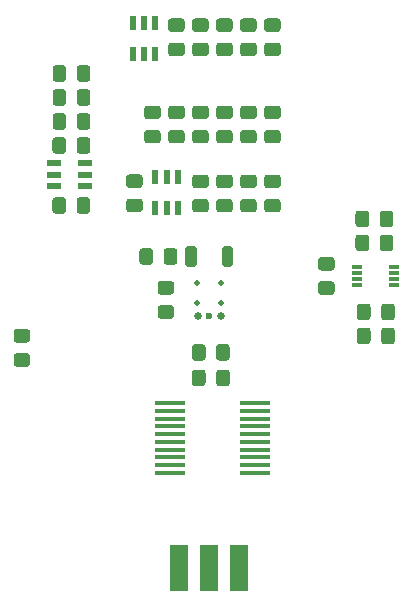
<source format=gtp>
G04 #@! TF.GenerationSoftware,KiCad,Pcbnew,(5.1.6)-1*
G04 #@! TF.CreationDate,2021-10-13T16:30:11+02:00*
G04 #@! TF.ProjectId,SoundModulev2,536f756e-644d-46f6-9475-6c6576322e6b,rev?*
G04 #@! TF.SameCoordinates,Original*
G04 #@! TF.FileFunction,Paste,Top*
G04 #@! TF.FilePolarity,Positive*
%FSLAX46Y46*%
G04 Gerber Fmt 4.6, Leading zero omitted, Abs format (unit mm)*
G04 Created by KiCad (PCBNEW (5.1.6)-1) date 2021-10-13 16:30:11*
%MOMM*%
%LPD*%
G01*
G04 APERTURE LIST*
%ADD10R,1.524000X4.000000*%
%ADD11R,0.850000X0.300000*%
%ADD12C,0.460000*%
%ADD13C,0.600000*%
%ADD14C,0.650000*%
%ADD15R,2.500000X0.450000*%
%ADD16R,0.550000X1.200000*%
%ADD17R,1.200000X0.550000*%
G04 APERTURE END LIST*
G36*
G01*
X123574120Y-76229680D02*
X123574120Y-74859680D01*
G75*
G02*
X123764120Y-74669680I190000J0D01*
G01*
X124334120Y-74669680D01*
G75*
G02*
X124524120Y-74859680I0J-190000D01*
G01*
X124524120Y-76229680D01*
G75*
G02*
X124334120Y-76419680I-190000J0D01*
G01*
X123764120Y-76419680D01*
G75*
G02*
X123574120Y-76229680I0J190000D01*
G01*
G37*
G36*
G01*
X120474120Y-76229680D02*
X120474120Y-74859680D01*
G75*
G02*
X120664120Y-74669680I190000J0D01*
G01*
X121234120Y-74669680D01*
G75*
G02*
X121424120Y-74859680I0J-190000D01*
G01*
X121424120Y-76229680D01*
G75*
G02*
X121234120Y-76419680I-190000J0D01*
G01*
X120664120Y-76419680D01*
G75*
G02*
X120474120Y-76229680I0J190000D01*
G01*
G37*
G36*
G01*
X119266121Y-80827680D02*
X118366119Y-80827680D01*
G75*
G02*
X118116120Y-80577681I0J249999D01*
G01*
X118116120Y-79927679D01*
G75*
G02*
X118366119Y-79677680I249999J0D01*
G01*
X119266121Y-79677680D01*
G75*
G02*
X119516120Y-79927679I0J-249999D01*
G01*
X119516120Y-80577681D01*
G75*
G02*
X119266121Y-80827680I-249999J0D01*
G01*
G37*
G36*
G01*
X119266121Y-78777680D02*
X118366119Y-78777680D01*
G75*
G02*
X118116120Y-78527681I0J249999D01*
G01*
X118116120Y-77877679D01*
G75*
G02*
X118366119Y-77627680I249999J0D01*
G01*
X119266121Y-77627680D01*
G75*
G02*
X119516120Y-77877679I0J-249999D01*
G01*
X119516120Y-78527681D01*
G75*
G02*
X119266121Y-78777680I-249999J0D01*
G01*
G37*
G36*
G01*
X136146120Y-81825679D02*
X136146120Y-82725681D01*
G75*
G02*
X135896121Y-82975680I-249999J0D01*
G01*
X135246119Y-82975680D01*
G75*
G02*
X134996120Y-82725681I0J249999D01*
G01*
X134996120Y-81825679D01*
G75*
G02*
X135246119Y-81575680I249999J0D01*
G01*
X135896121Y-81575680D01*
G75*
G02*
X136146120Y-81825679I0J-249999D01*
G01*
G37*
G36*
G01*
X138196120Y-81825679D02*
X138196120Y-82725681D01*
G75*
G02*
X137946121Y-82975680I-249999J0D01*
G01*
X137296119Y-82975680D01*
G75*
G02*
X137046120Y-82725681I0J249999D01*
G01*
X137046120Y-81825679D01*
G75*
G02*
X137296119Y-81575680I249999J0D01*
G01*
X137946121Y-81575680D01*
G75*
G02*
X138196120Y-81825679I0J-249999D01*
G01*
G37*
D10*
X119941340Y-101918520D03*
X122481340Y-101918520D03*
X125021340Y-101918520D03*
G36*
G01*
X122176120Y-83222679D02*
X122176120Y-84122681D01*
G75*
G02*
X121926121Y-84372680I-249999J0D01*
G01*
X121276119Y-84372680D01*
G75*
G02*
X121026120Y-84122681I0J249999D01*
G01*
X121026120Y-83222679D01*
G75*
G02*
X121276119Y-82972680I249999J0D01*
G01*
X121926121Y-82972680D01*
G75*
G02*
X122176120Y-83222679I0J-249999D01*
G01*
G37*
G36*
G01*
X124226120Y-83222679D02*
X124226120Y-84122681D01*
G75*
G02*
X123976121Y-84372680I-249999J0D01*
G01*
X123326119Y-84372680D01*
G75*
G02*
X123076120Y-84122681I0J249999D01*
G01*
X123076120Y-83222679D01*
G75*
G02*
X123326119Y-82972680I249999J0D01*
G01*
X123976121Y-82972680D01*
G75*
G02*
X124226120Y-83222679I0J-249999D01*
G01*
G37*
D11*
X135021120Y-77945680D03*
X135021120Y-77445680D03*
X135021120Y-76945680D03*
X135021120Y-76445680D03*
X138171120Y-76445680D03*
X138171120Y-76945680D03*
X138171120Y-77445680D03*
X138171120Y-77945680D03*
G36*
G01*
X136019120Y-71919679D02*
X136019120Y-72819681D01*
G75*
G02*
X135769121Y-73069680I-249999J0D01*
G01*
X135119119Y-73069680D01*
G75*
G02*
X134869120Y-72819681I0J249999D01*
G01*
X134869120Y-71919679D01*
G75*
G02*
X135119119Y-71669680I249999J0D01*
G01*
X135769121Y-71669680D01*
G75*
G02*
X136019120Y-71919679I0J-249999D01*
G01*
G37*
G36*
G01*
X138069120Y-71919679D02*
X138069120Y-72819681D01*
G75*
G02*
X137819121Y-73069680I-249999J0D01*
G01*
X137169119Y-73069680D01*
G75*
G02*
X136919120Y-72819681I0J249999D01*
G01*
X136919120Y-71919679D01*
G75*
G02*
X137169119Y-71669680I249999J0D01*
G01*
X137819121Y-71669680D01*
G75*
G02*
X138069120Y-71919679I0J-249999D01*
G01*
G37*
G36*
G01*
X137046120Y-80693681D02*
X137046120Y-79793679D01*
G75*
G02*
X137296119Y-79543680I249999J0D01*
G01*
X137946121Y-79543680D01*
G75*
G02*
X138196120Y-79793679I0J-249999D01*
G01*
X138196120Y-80693681D01*
G75*
G02*
X137946121Y-80943680I-249999J0D01*
G01*
X137296119Y-80943680D01*
G75*
G02*
X137046120Y-80693681I0J249999D01*
G01*
G37*
G36*
G01*
X134996120Y-80693681D02*
X134996120Y-79793679D01*
G75*
G02*
X135246119Y-79543680I249999J0D01*
G01*
X135896121Y-79543680D01*
G75*
G02*
X136146120Y-79793679I0J-249999D01*
G01*
X136146120Y-80693681D01*
G75*
G02*
X135896121Y-80943680I-249999J0D01*
G01*
X135246119Y-80943680D01*
G75*
G02*
X134996120Y-80693681I0J249999D01*
G01*
G37*
G36*
G01*
X136919120Y-74851681D02*
X136919120Y-73951679D01*
G75*
G02*
X137169119Y-73701680I249999J0D01*
G01*
X137819121Y-73701680D01*
G75*
G02*
X138069120Y-73951679I0J-249999D01*
G01*
X138069120Y-74851681D01*
G75*
G02*
X137819121Y-75101680I-249999J0D01*
G01*
X137169119Y-75101680D01*
G75*
G02*
X136919120Y-74851681I0J249999D01*
G01*
G37*
G36*
G01*
X134869120Y-74851681D02*
X134869120Y-73951679D01*
G75*
G02*
X135119119Y-73701680I249999J0D01*
G01*
X135769121Y-73701680D01*
G75*
G02*
X136019120Y-73951679I0J-249999D01*
G01*
X136019120Y-74851681D01*
G75*
G02*
X135769121Y-75101680I-249999J0D01*
G01*
X135119119Y-75101680D01*
G75*
G02*
X134869120Y-74851681I0J249999D01*
G01*
G37*
G36*
G01*
X132855121Y-76745680D02*
X131955119Y-76745680D01*
G75*
G02*
X131705120Y-76495681I0J249999D01*
G01*
X131705120Y-75845679D01*
G75*
G02*
X131955119Y-75595680I249999J0D01*
G01*
X132855121Y-75595680D01*
G75*
G02*
X133105120Y-75845679I0J-249999D01*
G01*
X133105120Y-76495681D01*
G75*
G02*
X132855121Y-76745680I-249999J0D01*
G01*
G37*
G36*
G01*
X132855121Y-78795680D02*
X131955119Y-78795680D01*
G75*
G02*
X131705120Y-78545681I0J249999D01*
G01*
X131705120Y-77895679D01*
G75*
G02*
X131955119Y-77645680I249999J0D01*
G01*
X132855121Y-77645680D01*
G75*
G02*
X133105120Y-77895679I0J-249999D01*
G01*
X133105120Y-78545681D01*
G75*
G02*
X132855121Y-78795680I-249999J0D01*
G01*
G37*
G36*
G01*
X123076120Y-86281681D02*
X123076120Y-85381679D01*
G75*
G02*
X123326119Y-85131680I249999J0D01*
G01*
X123976121Y-85131680D01*
G75*
G02*
X124226120Y-85381679I0J-249999D01*
G01*
X124226120Y-86281681D01*
G75*
G02*
X123976121Y-86531680I-249999J0D01*
G01*
X123326119Y-86531680D01*
G75*
G02*
X123076120Y-86281681I0J249999D01*
G01*
G37*
G36*
G01*
X121026120Y-86281681D02*
X121026120Y-85381679D01*
G75*
G02*
X121276119Y-85131680I249999J0D01*
G01*
X121926121Y-85131680D01*
G75*
G02*
X122176120Y-85381679I0J-249999D01*
G01*
X122176120Y-86281681D01*
G75*
G02*
X121926121Y-86531680I-249999J0D01*
G01*
X121276119Y-86531680D01*
G75*
G02*
X121026120Y-86281681I0J249999D01*
G01*
G37*
G36*
G01*
X128283121Y-71819680D02*
X127383119Y-71819680D01*
G75*
G02*
X127133120Y-71569681I0J249999D01*
G01*
X127133120Y-70919679D01*
G75*
G02*
X127383119Y-70669680I249999J0D01*
G01*
X128283121Y-70669680D01*
G75*
G02*
X128533120Y-70919679I0J-249999D01*
G01*
X128533120Y-71569681D01*
G75*
G02*
X128283121Y-71819680I-249999J0D01*
G01*
G37*
G36*
G01*
X128283121Y-69769680D02*
X127383119Y-69769680D01*
G75*
G02*
X127133120Y-69519681I0J249999D01*
G01*
X127133120Y-68869679D01*
G75*
G02*
X127383119Y-68619680I249999J0D01*
G01*
X128283121Y-68619680D01*
G75*
G02*
X128533120Y-68869679I0J-249999D01*
G01*
X128533120Y-69519681D01*
G75*
G02*
X128283121Y-69769680I-249999J0D01*
G01*
G37*
G36*
G01*
X115699119Y-68601680D02*
X116599121Y-68601680D01*
G75*
G02*
X116849120Y-68851679I0J-249999D01*
G01*
X116849120Y-69501681D01*
G75*
G02*
X116599121Y-69751680I-249999J0D01*
G01*
X115699119Y-69751680D01*
G75*
G02*
X115449120Y-69501681I0J249999D01*
G01*
X115449120Y-68851679D01*
G75*
G02*
X115699119Y-68601680I249999J0D01*
G01*
G37*
G36*
G01*
X115699119Y-70651680D02*
X116599121Y-70651680D01*
G75*
G02*
X116849120Y-70901679I0J-249999D01*
G01*
X116849120Y-71551681D01*
G75*
G02*
X116599121Y-71801680I-249999J0D01*
G01*
X115699119Y-71801680D01*
G75*
G02*
X115449120Y-71551681I0J249999D01*
G01*
X115449120Y-70901679D01*
G75*
G02*
X115699119Y-70651680I249999J0D01*
G01*
G37*
G36*
G01*
X128283121Y-63927680D02*
X127383119Y-63927680D01*
G75*
G02*
X127133120Y-63677681I0J249999D01*
G01*
X127133120Y-63027679D01*
G75*
G02*
X127383119Y-62777680I249999J0D01*
G01*
X128283121Y-62777680D01*
G75*
G02*
X128533120Y-63027679I0J-249999D01*
G01*
X128533120Y-63677681D01*
G75*
G02*
X128283121Y-63927680I-249999J0D01*
G01*
G37*
G36*
G01*
X128283121Y-65977680D02*
X127383119Y-65977680D01*
G75*
G02*
X127133120Y-65727681I0J249999D01*
G01*
X127133120Y-65077679D01*
G75*
G02*
X127383119Y-64827680I249999J0D01*
G01*
X128283121Y-64827680D01*
G75*
G02*
X128533120Y-65077679I0J-249999D01*
G01*
X128533120Y-65727681D01*
G75*
G02*
X128283121Y-65977680I-249999J0D01*
G01*
G37*
G36*
G01*
X111274120Y-64564681D02*
X111274120Y-63664679D01*
G75*
G02*
X111524119Y-63414680I249999J0D01*
G01*
X112174121Y-63414680D01*
G75*
G02*
X112424120Y-63664679I0J-249999D01*
G01*
X112424120Y-64564681D01*
G75*
G02*
X112174121Y-64814680I-249999J0D01*
G01*
X111524119Y-64814680D01*
G75*
G02*
X111274120Y-64564681I0J249999D01*
G01*
G37*
G36*
G01*
X109224120Y-64564681D02*
X109224120Y-63664679D01*
G75*
G02*
X109474119Y-63414680I249999J0D01*
G01*
X110124121Y-63414680D01*
G75*
G02*
X110374120Y-63664679I0J-249999D01*
G01*
X110374120Y-64564681D01*
G75*
G02*
X110124121Y-64814680I-249999J0D01*
G01*
X109474119Y-64814680D01*
G75*
G02*
X109224120Y-64564681I0J249999D01*
G01*
G37*
G36*
G01*
X118123121Y-65977680D02*
X117223119Y-65977680D01*
G75*
G02*
X116973120Y-65727681I0J249999D01*
G01*
X116973120Y-65077679D01*
G75*
G02*
X117223119Y-64827680I249999J0D01*
G01*
X118123121Y-64827680D01*
G75*
G02*
X118373120Y-65077679I0J-249999D01*
G01*
X118373120Y-65727681D01*
G75*
G02*
X118123121Y-65977680I-249999J0D01*
G01*
G37*
G36*
G01*
X118123121Y-63927680D02*
X117223119Y-63927680D01*
G75*
G02*
X116973120Y-63677681I0J249999D01*
G01*
X116973120Y-63027679D01*
G75*
G02*
X117223119Y-62777680I249999J0D01*
G01*
X118123121Y-62777680D01*
G75*
G02*
X118373120Y-63027679I0J-249999D01*
G01*
X118373120Y-63677681D01*
G75*
G02*
X118123121Y-63927680I-249999J0D01*
G01*
G37*
G36*
G01*
X120155121Y-63927680D02*
X119255119Y-63927680D01*
G75*
G02*
X119005120Y-63677681I0J249999D01*
G01*
X119005120Y-63027679D01*
G75*
G02*
X119255119Y-62777680I249999J0D01*
G01*
X120155121Y-62777680D01*
G75*
G02*
X120405120Y-63027679I0J-249999D01*
G01*
X120405120Y-63677681D01*
G75*
G02*
X120155121Y-63927680I-249999J0D01*
G01*
G37*
G36*
G01*
X120155121Y-65977680D02*
X119255119Y-65977680D01*
G75*
G02*
X119005120Y-65727681I0J249999D01*
G01*
X119005120Y-65077679D01*
G75*
G02*
X119255119Y-64827680I249999J0D01*
G01*
X120155121Y-64827680D01*
G75*
G02*
X120405120Y-65077679I0J-249999D01*
G01*
X120405120Y-65727681D01*
G75*
G02*
X120155121Y-65977680I-249999J0D01*
G01*
G37*
G36*
G01*
X120155121Y-56543680D02*
X119255119Y-56543680D01*
G75*
G02*
X119005120Y-56293681I0J249999D01*
G01*
X119005120Y-55643679D01*
G75*
G02*
X119255119Y-55393680I249999J0D01*
G01*
X120155121Y-55393680D01*
G75*
G02*
X120405120Y-55643679I0J-249999D01*
G01*
X120405120Y-56293681D01*
G75*
G02*
X120155121Y-56543680I-249999J0D01*
G01*
G37*
G36*
G01*
X120155121Y-58593680D02*
X119255119Y-58593680D01*
G75*
G02*
X119005120Y-58343681I0J249999D01*
G01*
X119005120Y-57693679D01*
G75*
G02*
X119255119Y-57443680I249999J0D01*
G01*
X120155121Y-57443680D01*
G75*
G02*
X120405120Y-57693679I0J-249999D01*
G01*
X120405120Y-58343681D01*
G75*
G02*
X120155121Y-58593680I-249999J0D01*
G01*
G37*
G36*
G01*
X125351119Y-57443680D02*
X126251121Y-57443680D01*
G75*
G02*
X126501120Y-57693679I0J-249999D01*
G01*
X126501120Y-58343681D01*
G75*
G02*
X126251121Y-58593680I-249999J0D01*
G01*
X125351119Y-58593680D01*
G75*
G02*
X125101120Y-58343681I0J249999D01*
G01*
X125101120Y-57693679D01*
G75*
G02*
X125351119Y-57443680I249999J0D01*
G01*
G37*
G36*
G01*
X125351119Y-55393680D02*
X126251121Y-55393680D01*
G75*
G02*
X126501120Y-55643679I0J-249999D01*
G01*
X126501120Y-56293681D01*
G75*
G02*
X126251121Y-56543680I-249999J0D01*
G01*
X125351119Y-56543680D01*
G75*
G02*
X125101120Y-56293681I0J249999D01*
G01*
X125101120Y-55643679D01*
G75*
G02*
X125351119Y-55393680I249999J0D01*
G01*
G37*
D12*
X121484120Y-77825680D03*
X123514120Y-77825680D03*
X123514120Y-79465680D03*
X121484120Y-79465680D03*
D13*
X122499120Y-80565680D03*
D14*
X123464120Y-80565680D03*
X121534120Y-80565680D03*
G36*
G01*
X106174119Y-83741680D02*
X107074121Y-83741680D01*
G75*
G02*
X107324120Y-83991679I0J-249999D01*
G01*
X107324120Y-84641681D01*
G75*
G02*
X107074121Y-84891680I-249999J0D01*
G01*
X106174119Y-84891680D01*
G75*
G02*
X105924120Y-84641681I0J249999D01*
G01*
X105924120Y-83991679D01*
G75*
G02*
X106174119Y-83741680I249999J0D01*
G01*
G37*
G36*
G01*
X106174119Y-81691680D02*
X107074121Y-81691680D01*
G75*
G02*
X107324120Y-81941679I0J-249999D01*
G01*
X107324120Y-82591681D01*
G75*
G02*
X107074121Y-82841680I-249999J0D01*
G01*
X106174119Y-82841680D01*
G75*
G02*
X105924120Y-82591681I0J249999D01*
G01*
X105924120Y-81941679D01*
G75*
G02*
X106174119Y-81691680I249999J0D01*
G01*
G37*
G36*
G01*
X117731120Y-75094679D02*
X117731120Y-75994681D01*
G75*
G02*
X117481121Y-76244680I-249999J0D01*
G01*
X116831119Y-76244680D01*
G75*
G02*
X116581120Y-75994681I0J249999D01*
G01*
X116581120Y-75094679D01*
G75*
G02*
X116831119Y-74844680I249999J0D01*
G01*
X117481121Y-74844680D01*
G75*
G02*
X117731120Y-75094679I0J-249999D01*
G01*
G37*
G36*
G01*
X119781120Y-75094679D02*
X119781120Y-75994681D01*
G75*
G02*
X119531121Y-76244680I-249999J0D01*
G01*
X118881119Y-76244680D01*
G75*
G02*
X118631120Y-75994681I0J249999D01*
G01*
X118631120Y-75094679D01*
G75*
G02*
X118881119Y-74844680I249999J0D01*
G01*
X119531121Y-74844680D01*
G75*
G02*
X119781120Y-75094679I0J-249999D01*
G01*
G37*
G36*
G01*
X126251121Y-69769680D02*
X125351119Y-69769680D01*
G75*
G02*
X125101120Y-69519681I0J249999D01*
G01*
X125101120Y-68869679D01*
G75*
G02*
X125351119Y-68619680I249999J0D01*
G01*
X126251121Y-68619680D01*
G75*
G02*
X126501120Y-68869679I0J-249999D01*
G01*
X126501120Y-69519681D01*
G75*
G02*
X126251121Y-69769680I-249999J0D01*
G01*
G37*
G36*
G01*
X126251121Y-71819680D02*
X125351119Y-71819680D01*
G75*
G02*
X125101120Y-71569681I0J249999D01*
G01*
X125101120Y-70919679D01*
G75*
G02*
X125351119Y-70669680I249999J0D01*
G01*
X126251121Y-70669680D01*
G75*
G02*
X126501120Y-70919679I0J-249999D01*
G01*
X126501120Y-71569681D01*
G75*
G02*
X126251121Y-71819680I-249999J0D01*
G01*
G37*
G36*
G01*
X123319119Y-68619680D02*
X124219121Y-68619680D01*
G75*
G02*
X124469120Y-68869679I0J-249999D01*
G01*
X124469120Y-69519681D01*
G75*
G02*
X124219121Y-69769680I-249999J0D01*
G01*
X123319119Y-69769680D01*
G75*
G02*
X123069120Y-69519681I0J249999D01*
G01*
X123069120Y-68869679D01*
G75*
G02*
X123319119Y-68619680I249999J0D01*
G01*
G37*
G36*
G01*
X123319119Y-70669680D02*
X124219121Y-70669680D01*
G75*
G02*
X124469120Y-70919679I0J-249999D01*
G01*
X124469120Y-71569681D01*
G75*
G02*
X124219121Y-71819680I-249999J0D01*
G01*
X123319119Y-71819680D01*
G75*
G02*
X123069120Y-71569681I0J249999D01*
G01*
X123069120Y-70919679D01*
G75*
G02*
X123319119Y-70669680I249999J0D01*
G01*
G37*
G36*
G01*
X112424120Y-61632679D02*
X112424120Y-62532681D01*
G75*
G02*
X112174121Y-62782680I-249999J0D01*
G01*
X111524119Y-62782680D01*
G75*
G02*
X111274120Y-62532681I0J249999D01*
G01*
X111274120Y-61632679D01*
G75*
G02*
X111524119Y-61382680I249999J0D01*
G01*
X112174121Y-61382680D01*
G75*
G02*
X112424120Y-61632679I0J-249999D01*
G01*
G37*
G36*
G01*
X110374120Y-61632679D02*
X110374120Y-62532681D01*
G75*
G02*
X110124121Y-62782680I-249999J0D01*
G01*
X109474119Y-62782680D01*
G75*
G02*
X109224120Y-62532681I0J249999D01*
G01*
X109224120Y-61632679D01*
G75*
G02*
X109474119Y-61382680I249999J0D01*
G01*
X110124121Y-61382680D01*
G75*
G02*
X110374120Y-61632679I0J-249999D01*
G01*
G37*
G36*
G01*
X109224120Y-60500681D02*
X109224120Y-59600679D01*
G75*
G02*
X109474119Y-59350680I249999J0D01*
G01*
X110124121Y-59350680D01*
G75*
G02*
X110374120Y-59600679I0J-249999D01*
G01*
X110374120Y-60500681D01*
G75*
G02*
X110124121Y-60750680I-249999J0D01*
G01*
X109474119Y-60750680D01*
G75*
G02*
X109224120Y-60500681I0J249999D01*
G01*
G37*
G36*
G01*
X111274120Y-60500681D02*
X111274120Y-59600679D01*
G75*
G02*
X111524119Y-59350680I249999J0D01*
G01*
X112174121Y-59350680D01*
G75*
G02*
X112424120Y-59600679I0J-249999D01*
G01*
X112424120Y-60500681D01*
G75*
G02*
X112174121Y-60750680I-249999J0D01*
G01*
X111524119Y-60750680D01*
G75*
G02*
X111274120Y-60500681I0J249999D01*
G01*
G37*
G36*
G01*
X121287119Y-68619680D02*
X122187121Y-68619680D01*
G75*
G02*
X122437120Y-68869679I0J-249999D01*
G01*
X122437120Y-69519681D01*
G75*
G02*
X122187121Y-69769680I-249999J0D01*
G01*
X121287119Y-69769680D01*
G75*
G02*
X121037120Y-69519681I0J249999D01*
G01*
X121037120Y-68869679D01*
G75*
G02*
X121287119Y-68619680I249999J0D01*
G01*
G37*
G36*
G01*
X121287119Y-70669680D02*
X122187121Y-70669680D01*
G75*
G02*
X122437120Y-70919679I0J-249999D01*
G01*
X122437120Y-71569681D01*
G75*
G02*
X122187121Y-71819680I-249999J0D01*
G01*
X121287119Y-71819680D01*
G75*
G02*
X121037120Y-71569681I0J249999D01*
G01*
X121037120Y-70919679D01*
G75*
G02*
X121287119Y-70669680I249999J0D01*
G01*
G37*
G36*
G01*
X126251121Y-65977680D02*
X125351119Y-65977680D01*
G75*
G02*
X125101120Y-65727681I0J249999D01*
G01*
X125101120Y-65077679D01*
G75*
G02*
X125351119Y-64827680I249999J0D01*
G01*
X126251121Y-64827680D01*
G75*
G02*
X126501120Y-65077679I0J-249999D01*
G01*
X126501120Y-65727681D01*
G75*
G02*
X126251121Y-65977680I-249999J0D01*
G01*
G37*
G36*
G01*
X126251121Y-63927680D02*
X125351119Y-63927680D01*
G75*
G02*
X125101120Y-63677681I0J249999D01*
G01*
X125101120Y-63027679D01*
G75*
G02*
X125351119Y-62777680I249999J0D01*
G01*
X126251121Y-62777680D01*
G75*
G02*
X126501120Y-63027679I0J-249999D01*
G01*
X126501120Y-63677681D01*
G75*
G02*
X126251121Y-63927680I-249999J0D01*
G01*
G37*
G36*
G01*
X123319119Y-64827680D02*
X124219121Y-64827680D01*
G75*
G02*
X124469120Y-65077679I0J-249999D01*
G01*
X124469120Y-65727681D01*
G75*
G02*
X124219121Y-65977680I-249999J0D01*
G01*
X123319119Y-65977680D01*
G75*
G02*
X123069120Y-65727681I0J249999D01*
G01*
X123069120Y-65077679D01*
G75*
G02*
X123319119Y-64827680I249999J0D01*
G01*
G37*
G36*
G01*
X123319119Y-62777680D02*
X124219121Y-62777680D01*
G75*
G02*
X124469120Y-63027679I0J-249999D01*
G01*
X124469120Y-63677681D01*
G75*
G02*
X124219121Y-63927680I-249999J0D01*
G01*
X123319119Y-63927680D01*
G75*
G02*
X123069120Y-63677681I0J249999D01*
G01*
X123069120Y-63027679D01*
G75*
G02*
X123319119Y-62777680I249999J0D01*
G01*
G37*
G36*
G01*
X122187121Y-65977680D02*
X121287119Y-65977680D01*
G75*
G02*
X121037120Y-65727681I0J249999D01*
G01*
X121037120Y-65077679D01*
G75*
G02*
X121287119Y-64827680I249999J0D01*
G01*
X122187121Y-64827680D01*
G75*
G02*
X122437120Y-65077679I0J-249999D01*
G01*
X122437120Y-65727681D01*
G75*
G02*
X122187121Y-65977680I-249999J0D01*
G01*
G37*
G36*
G01*
X122187121Y-63927680D02*
X121287119Y-63927680D01*
G75*
G02*
X121037120Y-63677681I0J249999D01*
G01*
X121037120Y-63027679D01*
G75*
G02*
X121287119Y-62777680I249999J0D01*
G01*
X122187121Y-62777680D01*
G75*
G02*
X122437120Y-63027679I0J-249999D01*
G01*
X122437120Y-63677681D01*
G75*
G02*
X122187121Y-63927680I-249999J0D01*
G01*
G37*
G36*
G01*
X121287119Y-57443680D02*
X122187121Y-57443680D01*
G75*
G02*
X122437120Y-57693679I0J-249999D01*
G01*
X122437120Y-58343681D01*
G75*
G02*
X122187121Y-58593680I-249999J0D01*
G01*
X121287119Y-58593680D01*
G75*
G02*
X121037120Y-58343681I0J249999D01*
G01*
X121037120Y-57693679D01*
G75*
G02*
X121287119Y-57443680I249999J0D01*
G01*
G37*
G36*
G01*
X121287119Y-55393680D02*
X122187121Y-55393680D01*
G75*
G02*
X122437120Y-55643679I0J-249999D01*
G01*
X122437120Y-56293681D01*
G75*
G02*
X122187121Y-56543680I-249999J0D01*
G01*
X121287119Y-56543680D01*
G75*
G02*
X121037120Y-56293681I0J249999D01*
G01*
X121037120Y-55643679D01*
G75*
G02*
X121287119Y-55393680I249999J0D01*
G01*
G37*
G36*
G01*
X124219121Y-56543680D02*
X123319119Y-56543680D01*
G75*
G02*
X123069120Y-56293681I0J249999D01*
G01*
X123069120Y-55643679D01*
G75*
G02*
X123319119Y-55393680I249999J0D01*
G01*
X124219121Y-55393680D01*
G75*
G02*
X124469120Y-55643679I0J-249999D01*
G01*
X124469120Y-56293681D01*
G75*
G02*
X124219121Y-56543680I-249999J0D01*
G01*
G37*
G36*
G01*
X124219121Y-58593680D02*
X123319119Y-58593680D01*
G75*
G02*
X123069120Y-58343681I0J249999D01*
G01*
X123069120Y-57693679D01*
G75*
G02*
X123319119Y-57443680I249999J0D01*
G01*
X124219121Y-57443680D01*
G75*
G02*
X124469120Y-57693679I0J-249999D01*
G01*
X124469120Y-58343681D01*
G75*
G02*
X124219121Y-58593680I-249999J0D01*
G01*
G37*
G36*
G01*
X127383119Y-55393680D02*
X128283121Y-55393680D01*
G75*
G02*
X128533120Y-55643679I0J-249999D01*
G01*
X128533120Y-56293681D01*
G75*
G02*
X128283121Y-56543680I-249999J0D01*
G01*
X127383119Y-56543680D01*
G75*
G02*
X127133120Y-56293681I0J249999D01*
G01*
X127133120Y-55643679D01*
G75*
G02*
X127383119Y-55393680I249999J0D01*
G01*
G37*
G36*
G01*
X127383119Y-57443680D02*
X128283121Y-57443680D01*
G75*
G02*
X128533120Y-57693679I0J-249999D01*
G01*
X128533120Y-58343681D01*
G75*
G02*
X128283121Y-58593680I-249999J0D01*
G01*
X127383119Y-58593680D01*
G75*
G02*
X127133120Y-58343681I0J249999D01*
G01*
X127133120Y-57693679D01*
G75*
G02*
X127383119Y-57443680I249999J0D01*
G01*
G37*
D15*
X119133620Y-87990680D03*
X119133620Y-88640680D03*
X119133620Y-89290680D03*
X119133620Y-89940680D03*
X119133620Y-90590680D03*
X119133620Y-91240680D03*
X119133620Y-91890680D03*
X119133620Y-92540680D03*
X119133620Y-93190680D03*
X119133620Y-93840680D03*
X126333620Y-93840680D03*
X126333620Y-93190680D03*
X126333620Y-92540680D03*
X126333620Y-91890680D03*
X126333620Y-91240680D03*
X126333620Y-90590680D03*
X126333620Y-89940680D03*
X126333620Y-89290680D03*
X126333620Y-88640680D03*
X126333620Y-87990680D03*
D16*
X117927120Y-71429880D03*
X118877120Y-71429880D03*
X119827120Y-71429880D03*
X119827120Y-68813680D03*
X118877120Y-68813680D03*
X117927120Y-68813680D03*
D17*
X109341920Y-67670680D03*
X109341920Y-68620680D03*
X109341920Y-69570680D03*
X111958120Y-69570680D03*
X111958120Y-68620680D03*
X111958120Y-67670680D03*
D16*
X117927120Y-58399680D03*
X116977120Y-58399680D03*
X116027120Y-58399680D03*
X116027120Y-55783480D03*
X116977120Y-55783480D03*
X117927120Y-55783480D03*
G36*
G01*
X109215120Y-66596681D02*
X109215120Y-65696679D01*
G75*
G02*
X109465119Y-65446680I249999J0D01*
G01*
X110115121Y-65446680D01*
G75*
G02*
X110365120Y-65696679I0J-249999D01*
G01*
X110365120Y-66596681D01*
G75*
G02*
X110115121Y-66846680I-249999J0D01*
G01*
X109465119Y-66846680D01*
G75*
G02*
X109215120Y-66596681I0J249999D01*
G01*
G37*
G36*
G01*
X111265120Y-66596681D02*
X111265120Y-65696679D01*
G75*
G02*
X111515119Y-65446680I249999J0D01*
G01*
X112165121Y-65446680D01*
G75*
G02*
X112415120Y-65696679I0J-249999D01*
G01*
X112415120Y-66596681D01*
G75*
G02*
X112165121Y-66846680I-249999J0D01*
G01*
X111515119Y-66846680D01*
G75*
G02*
X111265120Y-66596681I0J249999D01*
G01*
G37*
G36*
G01*
X111256120Y-71676681D02*
X111256120Y-70776679D01*
G75*
G02*
X111506119Y-70526680I249999J0D01*
G01*
X112156121Y-70526680D01*
G75*
G02*
X112406120Y-70776679I0J-249999D01*
G01*
X112406120Y-71676681D01*
G75*
G02*
X112156121Y-71926680I-249999J0D01*
G01*
X111506119Y-71926680D01*
G75*
G02*
X111256120Y-71676681I0J249999D01*
G01*
G37*
G36*
G01*
X109206120Y-71676681D02*
X109206120Y-70776679D01*
G75*
G02*
X109456119Y-70526680I249999J0D01*
G01*
X110106121Y-70526680D01*
G75*
G02*
X110356120Y-70776679I0J-249999D01*
G01*
X110356120Y-71676681D01*
G75*
G02*
X110106121Y-71926680I-249999J0D01*
G01*
X109456119Y-71926680D01*
G75*
G02*
X109206120Y-71676681I0J249999D01*
G01*
G37*
M02*

</source>
